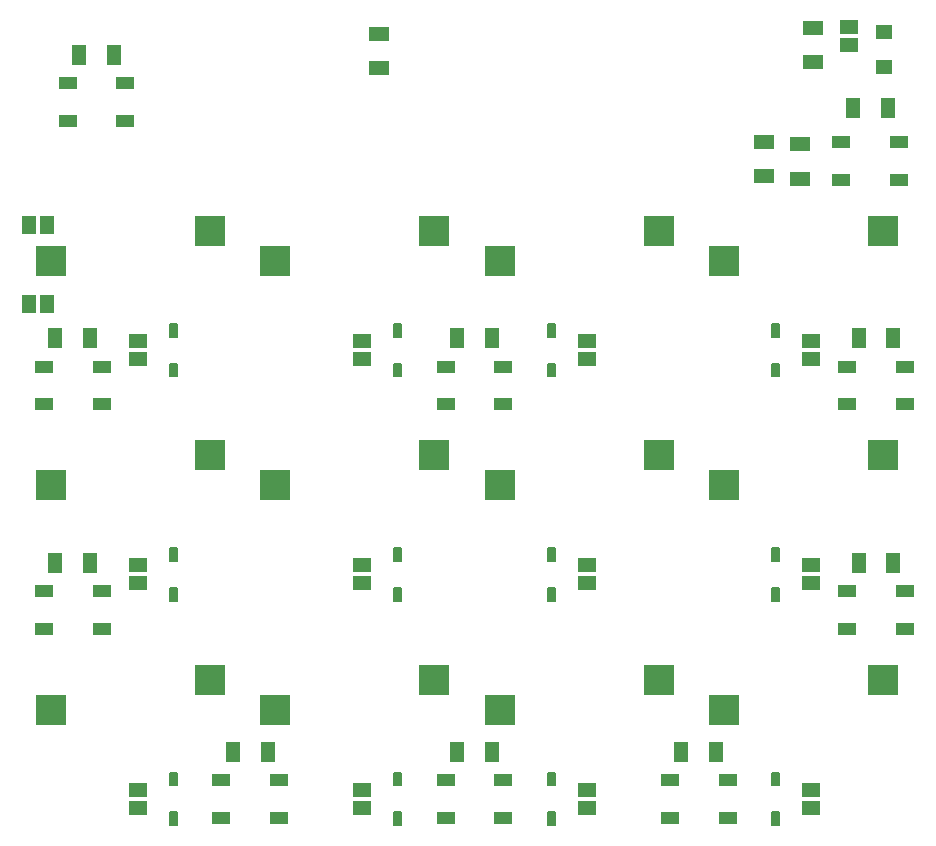
<source format=gbr>
G04 EAGLE Gerber RS-274X export*
G75*
%MOMM*%
%FSLAX34Y34*%
%LPD*%
%INSolderpaste Bottom*%
%IPPOS*%
%AMOC8*
5,1,8,0,0,1.08239X$1,22.5*%
G01*
%ADD10R,2.550000X2.500000*%
%ADD11R,1.600200X1.168400*%
%ADD12C,0.131400*%
%ADD13R,1.500000X1.000000*%
%ADD14R,1.770000X1.230000*%
%ADD15R,1.160000X1.820000*%
%ADD16R,1.400000X1.200000*%
%ADD17R,1.168400X1.600200*%


D10*
X86400Y555400D03*
X220900Y580800D03*
D11*
X160000Y472380D03*
X160000Y487620D03*
D12*
X192993Y468593D02*
X192993Y457807D01*
X187007Y457807D01*
X187007Y468593D01*
X192993Y468593D01*
X192993Y459055D02*
X187007Y459055D01*
X187007Y460303D02*
X192993Y460303D01*
X192993Y461551D02*
X187007Y461551D01*
X187007Y462799D02*
X192993Y462799D01*
X192993Y464047D02*
X187007Y464047D01*
X187007Y465295D02*
X192993Y465295D01*
X192993Y466543D02*
X187007Y466543D01*
X187007Y467791D02*
X192993Y467791D01*
X192993Y491407D02*
X192993Y502193D01*
X192993Y491407D02*
X187007Y491407D01*
X187007Y502193D01*
X192993Y502193D01*
X192993Y492655D02*
X187007Y492655D01*
X187007Y493903D02*
X192993Y493903D01*
X192993Y495151D02*
X187007Y495151D01*
X187007Y496399D02*
X192993Y496399D01*
X192993Y497647D02*
X187007Y497647D01*
X187007Y498895D02*
X192993Y498895D01*
X192993Y500143D02*
X187007Y500143D01*
X187007Y501391D02*
X192993Y501391D01*
D10*
X276400Y555400D03*
X410900Y580800D03*
D11*
X350000Y472380D03*
X350000Y487620D03*
D12*
X382993Y468593D02*
X382993Y457807D01*
X377007Y457807D01*
X377007Y468593D01*
X382993Y468593D01*
X382993Y459055D02*
X377007Y459055D01*
X377007Y460303D02*
X382993Y460303D01*
X382993Y461551D02*
X377007Y461551D01*
X377007Y462799D02*
X382993Y462799D01*
X382993Y464047D02*
X377007Y464047D01*
X377007Y465295D02*
X382993Y465295D01*
X382993Y466543D02*
X377007Y466543D01*
X377007Y467791D02*
X382993Y467791D01*
X382993Y491407D02*
X382993Y502193D01*
X382993Y491407D02*
X377007Y491407D01*
X377007Y502193D01*
X382993Y502193D01*
X382993Y492655D02*
X377007Y492655D01*
X377007Y493903D02*
X382993Y493903D01*
X382993Y495151D02*
X377007Y495151D01*
X377007Y496399D02*
X382993Y496399D01*
X382993Y497647D02*
X377007Y497647D01*
X377007Y498895D02*
X382993Y498895D01*
X382993Y500143D02*
X377007Y500143D01*
X377007Y501391D02*
X382993Y501391D01*
D10*
X466400Y555400D03*
X600900Y580800D03*
D11*
X540000Y472380D03*
X540000Y487620D03*
D12*
X512993Y468593D02*
X512993Y457807D01*
X507007Y457807D01*
X507007Y468593D01*
X512993Y468593D01*
X512993Y459055D02*
X507007Y459055D01*
X507007Y460303D02*
X512993Y460303D01*
X512993Y461551D02*
X507007Y461551D01*
X507007Y462799D02*
X512993Y462799D01*
X512993Y464047D02*
X507007Y464047D01*
X507007Y465295D02*
X512993Y465295D01*
X512993Y466543D02*
X507007Y466543D01*
X507007Y467791D02*
X512993Y467791D01*
X512993Y491407D02*
X512993Y502193D01*
X512993Y491407D02*
X507007Y491407D01*
X507007Y502193D01*
X512993Y502193D01*
X512993Y492655D02*
X507007Y492655D01*
X507007Y493903D02*
X512993Y493903D01*
X512993Y495151D02*
X507007Y495151D01*
X507007Y496399D02*
X512993Y496399D01*
X512993Y497647D02*
X507007Y497647D01*
X507007Y498895D02*
X512993Y498895D01*
X512993Y500143D02*
X507007Y500143D01*
X507007Y501391D02*
X512993Y501391D01*
D10*
X656400Y555400D03*
X790900Y580800D03*
D11*
X730000Y472380D03*
X730000Y487620D03*
D12*
X702993Y468593D02*
X702993Y457807D01*
X697007Y457807D01*
X697007Y468593D01*
X702993Y468593D01*
X702993Y459055D02*
X697007Y459055D01*
X697007Y460303D02*
X702993Y460303D01*
X702993Y461551D02*
X697007Y461551D01*
X697007Y462799D02*
X702993Y462799D01*
X702993Y464047D02*
X697007Y464047D01*
X697007Y465295D02*
X702993Y465295D01*
X702993Y466543D02*
X697007Y466543D01*
X697007Y467791D02*
X702993Y467791D01*
X702993Y491407D02*
X702993Y502193D01*
X702993Y491407D02*
X697007Y491407D01*
X697007Y502193D01*
X702993Y502193D01*
X702993Y492655D02*
X697007Y492655D01*
X697007Y493903D02*
X702993Y493903D01*
X702993Y495151D02*
X697007Y495151D01*
X697007Y496399D02*
X702993Y496399D01*
X702993Y497647D02*
X697007Y497647D01*
X697007Y498895D02*
X702993Y498895D01*
X702993Y500143D02*
X697007Y500143D01*
X697007Y501391D02*
X702993Y501391D01*
D10*
X86400Y365400D03*
X220900Y390800D03*
D11*
X160000Y282380D03*
X160000Y297620D03*
D12*
X192993Y278593D02*
X192993Y267807D01*
X187007Y267807D01*
X187007Y278593D01*
X192993Y278593D01*
X192993Y269055D02*
X187007Y269055D01*
X187007Y270303D02*
X192993Y270303D01*
X192993Y271551D02*
X187007Y271551D01*
X187007Y272799D02*
X192993Y272799D01*
X192993Y274047D02*
X187007Y274047D01*
X187007Y275295D02*
X192993Y275295D01*
X192993Y276543D02*
X187007Y276543D01*
X187007Y277791D02*
X192993Y277791D01*
X192993Y301407D02*
X192993Y312193D01*
X192993Y301407D02*
X187007Y301407D01*
X187007Y312193D01*
X192993Y312193D01*
X192993Y302655D02*
X187007Y302655D01*
X187007Y303903D02*
X192993Y303903D01*
X192993Y305151D02*
X187007Y305151D01*
X187007Y306399D02*
X192993Y306399D01*
X192993Y307647D02*
X187007Y307647D01*
X187007Y308895D02*
X192993Y308895D01*
X192993Y310143D02*
X187007Y310143D01*
X187007Y311391D02*
X192993Y311391D01*
D10*
X276400Y365400D03*
X410900Y390800D03*
D11*
X350000Y282380D03*
X350000Y297620D03*
D12*
X382993Y278593D02*
X382993Y267807D01*
X377007Y267807D01*
X377007Y278593D01*
X382993Y278593D01*
X382993Y269055D02*
X377007Y269055D01*
X377007Y270303D02*
X382993Y270303D01*
X382993Y271551D02*
X377007Y271551D01*
X377007Y272799D02*
X382993Y272799D01*
X382993Y274047D02*
X377007Y274047D01*
X377007Y275295D02*
X382993Y275295D01*
X382993Y276543D02*
X377007Y276543D01*
X377007Y277791D02*
X382993Y277791D01*
X382993Y301407D02*
X382993Y312193D01*
X382993Y301407D02*
X377007Y301407D01*
X377007Y312193D01*
X382993Y312193D01*
X382993Y302655D02*
X377007Y302655D01*
X377007Y303903D02*
X382993Y303903D01*
X382993Y305151D02*
X377007Y305151D01*
X377007Y306399D02*
X382993Y306399D01*
X382993Y307647D02*
X377007Y307647D01*
X377007Y308895D02*
X382993Y308895D01*
X382993Y310143D02*
X377007Y310143D01*
X377007Y311391D02*
X382993Y311391D01*
D10*
X466400Y365400D03*
X600900Y390800D03*
D11*
X540000Y282380D03*
X540000Y297620D03*
D12*
X512993Y278593D02*
X512993Y267807D01*
X507007Y267807D01*
X507007Y278593D01*
X512993Y278593D01*
X512993Y269055D02*
X507007Y269055D01*
X507007Y270303D02*
X512993Y270303D01*
X512993Y271551D02*
X507007Y271551D01*
X507007Y272799D02*
X512993Y272799D01*
X512993Y274047D02*
X507007Y274047D01*
X507007Y275295D02*
X512993Y275295D01*
X512993Y276543D02*
X507007Y276543D01*
X507007Y277791D02*
X512993Y277791D01*
X512993Y301407D02*
X512993Y312193D01*
X512993Y301407D02*
X507007Y301407D01*
X507007Y312193D01*
X512993Y312193D01*
X512993Y302655D02*
X507007Y302655D01*
X507007Y303903D02*
X512993Y303903D01*
X512993Y305151D02*
X507007Y305151D01*
X507007Y306399D02*
X512993Y306399D01*
X512993Y307647D02*
X507007Y307647D01*
X507007Y308895D02*
X512993Y308895D01*
X512993Y310143D02*
X507007Y310143D01*
X507007Y311391D02*
X512993Y311391D01*
D10*
X656400Y365400D03*
X790900Y390800D03*
D11*
X730000Y282380D03*
X730000Y297620D03*
D12*
X702993Y278593D02*
X702993Y267807D01*
X697007Y267807D01*
X697007Y278593D01*
X702993Y278593D01*
X702993Y269055D02*
X697007Y269055D01*
X697007Y270303D02*
X702993Y270303D01*
X702993Y271551D02*
X697007Y271551D01*
X697007Y272799D02*
X702993Y272799D01*
X702993Y274047D02*
X697007Y274047D01*
X697007Y275295D02*
X702993Y275295D01*
X702993Y276543D02*
X697007Y276543D01*
X697007Y277791D02*
X702993Y277791D01*
X702993Y301407D02*
X702993Y312193D01*
X702993Y301407D02*
X697007Y301407D01*
X697007Y312193D01*
X702993Y312193D01*
X702993Y302655D02*
X697007Y302655D01*
X697007Y303903D02*
X702993Y303903D01*
X702993Y305151D02*
X697007Y305151D01*
X697007Y306399D02*
X702993Y306399D01*
X702993Y307647D02*
X697007Y307647D01*
X697007Y308895D02*
X702993Y308895D01*
X702993Y310143D02*
X697007Y310143D01*
X697007Y311391D02*
X702993Y311391D01*
D10*
X86400Y175400D03*
X220900Y200800D03*
D11*
X160000Y92380D03*
X160000Y107620D03*
D12*
X192993Y88593D02*
X192993Y77807D01*
X187007Y77807D01*
X187007Y88593D01*
X192993Y88593D01*
X192993Y79055D02*
X187007Y79055D01*
X187007Y80303D02*
X192993Y80303D01*
X192993Y81551D02*
X187007Y81551D01*
X187007Y82799D02*
X192993Y82799D01*
X192993Y84047D02*
X187007Y84047D01*
X187007Y85295D02*
X192993Y85295D01*
X192993Y86543D02*
X187007Y86543D01*
X187007Y87791D02*
X192993Y87791D01*
X192993Y111407D02*
X192993Y122193D01*
X192993Y111407D02*
X187007Y111407D01*
X187007Y122193D01*
X192993Y122193D01*
X192993Y112655D02*
X187007Y112655D01*
X187007Y113903D02*
X192993Y113903D01*
X192993Y115151D02*
X187007Y115151D01*
X187007Y116399D02*
X192993Y116399D01*
X192993Y117647D02*
X187007Y117647D01*
X187007Y118895D02*
X192993Y118895D01*
X192993Y120143D02*
X187007Y120143D01*
X187007Y121391D02*
X192993Y121391D01*
D10*
X276400Y175400D03*
X410900Y200800D03*
D11*
X350000Y92380D03*
X350000Y107620D03*
D12*
X382993Y88593D02*
X382993Y77807D01*
X377007Y77807D01*
X377007Y88593D01*
X382993Y88593D01*
X382993Y79055D02*
X377007Y79055D01*
X377007Y80303D02*
X382993Y80303D01*
X382993Y81551D02*
X377007Y81551D01*
X377007Y82799D02*
X382993Y82799D01*
X382993Y84047D02*
X377007Y84047D01*
X377007Y85295D02*
X382993Y85295D01*
X382993Y86543D02*
X377007Y86543D01*
X377007Y87791D02*
X382993Y87791D01*
X382993Y111407D02*
X382993Y122193D01*
X382993Y111407D02*
X377007Y111407D01*
X377007Y122193D01*
X382993Y122193D01*
X382993Y112655D02*
X377007Y112655D01*
X377007Y113903D02*
X382993Y113903D01*
X382993Y115151D02*
X377007Y115151D01*
X377007Y116399D02*
X382993Y116399D01*
X382993Y117647D02*
X377007Y117647D01*
X377007Y118895D02*
X382993Y118895D01*
X382993Y120143D02*
X377007Y120143D01*
X377007Y121391D02*
X382993Y121391D01*
D10*
X466400Y175400D03*
X600900Y200800D03*
D11*
X540000Y92380D03*
X540000Y107620D03*
D12*
X512993Y88593D02*
X512993Y77807D01*
X507007Y77807D01*
X507007Y88593D01*
X512993Y88593D01*
X512993Y79055D02*
X507007Y79055D01*
X507007Y80303D02*
X512993Y80303D01*
X512993Y81551D02*
X507007Y81551D01*
X507007Y82799D02*
X512993Y82799D01*
X512993Y84047D02*
X507007Y84047D01*
X507007Y85295D02*
X512993Y85295D01*
X512993Y86543D02*
X507007Y86543D01*
X507007Y87791D02*
X512993Y87791D01*
X512993Y111407D02*
X512993Y122193D01*
X512993Y111407D02*
X507007Y111407D01*
X507007Y122193D01*
X512993Y122193D01*
X512993Y112655D02*
X507007Y112655D01*
X507007Y113903D02*
X512993Y113903D01*
X512993Y115151D02*
X507007Y115151D01*
X507007Y116399D02*
X512993Y116399D01*
X512993Y117647D02*
X507007Y117647D01*
X507007Y118895D02*
X512993Y118895D01*
X512993Y120143D02*
X507007Y120143D01*
X507007Y121391D02*
X512993Y121391D01*
D10*
X656400Y175400D03*
X790900Y200800D03*
D11*
X730000Y92380D03*
X730000Y107620D03*
D12*
X702993Y88593D02*
X702993Y77807D01*
X697007Y77807D01*
X697007Y88593D01*
X702993Y88593D01*
X702993Y79055D02*
X697007Y79055D01*
X697007Y80303D02*
X702993Y80303D01*
X702993Y81551D02*
X697007Y81551D01*
X697007Y82799D02*
X702993Y82799D01*
X702993Y84047D02*
X697007Y84047D01*
X697007Y85295D02*
X702993Y85295D01*
X702993Y86543D02*
X697007Y86543D01*
X697007Y87791D02*
X702993Y87791D01*
X702993Y111407D02*
X702993Y122193D01*
X702993Y111407D02*
X697007Y111407D01*
X697007Y122193D01*
X702993Y122193D01*
X702993Y112655D02*
X697007Y112655D01*
X697007Y113903D02*
X702993Y113903D01*
X702993Y115151D02*
X697007Y115151D01*
X697007Y116399D02*
X702993Y116399D01*
X702993Y117647D02*
X697007Y117647D01*
X697007Y118895D02*
X702993Y118895D01*
X702993Y120143D02*
X697007Y120143D01*
X697007Y121391D02*
X702993Y121391D01*
D13*
X755500Y624000D03*
X804500Y624000D03*
X755500Y656000D03*
X804500Y656000D03*
D14*
X721000Y625040D03*
X721000Y654360D03*
D13*
X760500Y434000D03*
X809500Y434000D03*
X760500Y466000D03*
X809500Y466000D03*
X760500Y244000D03*
X809500Y244000D03*
X760500Y276000D03*
X809500Y276000D03*
X610500Y84000D03*
X659500Y84000D03*
X610500Y116000D03*
X659500Y116000D03*
X420500Y84000D03*
X469500Y84000D03*
X420500Y116000D03*
X469500Y116000D03*
X230500Y84000D03*
X279500Y84000D03*
X230500Y116000D03*
X279500Y116000D03*
X80500Y244000D03*
X129500Y244000D03*
X80500Y276000D03*
X129500Y276000D03*
X80500Y434000D03*
X129500Y434000D03*
X80500Y466000D03*
X129500Y466000D03*
X100500Y674000D03*
X149500Y674000D03*
X100500Y706000D03*
X149500Y706000D03*
X420500Y434000D03*
X469500Y434000D03*
X420500Y466000D03*
X469500Y466000D03*
D15*
X765250Y685000D03*
X794750Y685000D03*
X770250Y490000D03*
X799750Y490000D03*
X770250Y300000D03*
X799750Y300000D03*
X620250Y140000D03*
X649750Y140000D03*
X430250Y140000D03*
X459750Y140000D03*
X240250Y140000D03*
X269750Y140000D03*
X90250Y300000D03*
X119750Y300000D03*
X90250Y490000D03*
X119750Y490000D03*
X110250Y730000D03*
X139750Y730000D03*
X430250Y490000D03*
X459750Y490000D03*
D14*
X364200Y718640D03*
X364200Y747960D03*
X690000Y627040D03*
X690000Y656360D03*
D16*
X791900Y719400D03*
X791900Y749400D03*
D14*
X731200Y752960D03*
X731200Y723640D03*
D11*
X762000Y753220D03*
X762000Y737980D03*
D17*
X67980Y585900D03*
X83220Y585900D03*
X67980Y519200D03*
X83220Y519200D03*
M02*

</source>
